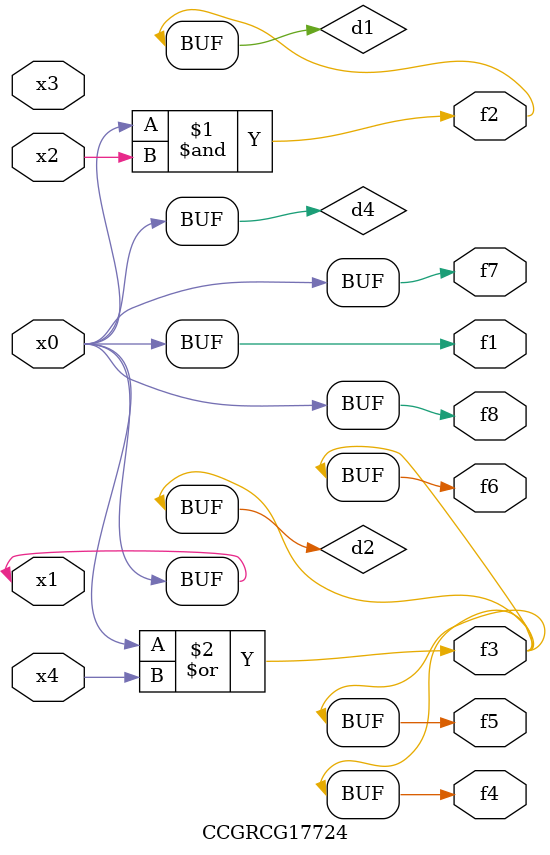
<source format=v>
module CCGRCG17724(
	input x0, x1, x2, x3, x4,
	output f1, f2, f3, f4, f5, f6, f7, f8
);

	wire d1, d2, d3, d4;

	and (d1, x0, x2);
	or (d2, x0, x4);
	nand (d3, x0, x2);
	buf (d4, x0, x1);
	assign f1 = d4;
	assign f2 = d1;
	assign f3 = d2;
	assign f4 = d2;
	assign f5 = d2;
	assign f6 = d2;
	assign f7 = d4;
	assign f8 = d4;
endmodule

</source>
